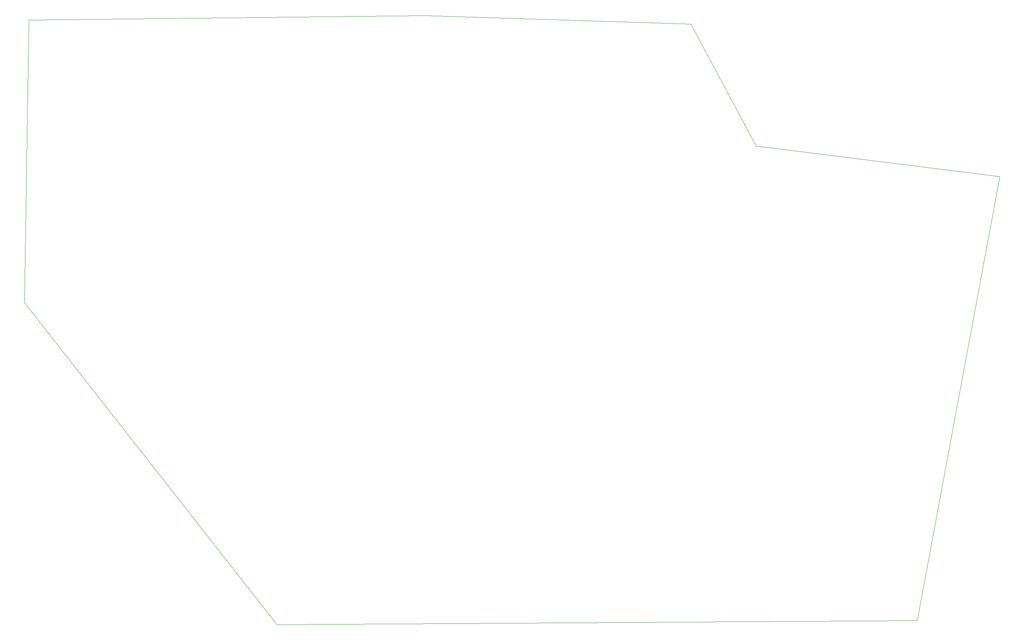
<source format=gbr>
%TF.GenerationSoftware,KiCad,Pcbnew,8.0.5*%
%TF.CreationDate,2024-12-27T20:29:11-05:00*%
%TF.ProjectId,with_usb_wired_v1,77697468-5f75-4736-925f-77697265645f,v1.0.0*%
%TF.SameCoordinates,Original*%
%TF.FileFunction,Profile,NP*%
%FSLAX46Y46*%
G04 Gerber Fmt 4.6, Leading zero omitted, Abs format (unit mm)*
G04 Created by KiCad (PCBNEW 8.0.5) date 2024-12-27 20:29:11*
%MOMM*%
%LPD*%
G01*
G04 APERTURE LIST*
%TA.AperFunction,Profile*%
%ADD10C,0.050000*%
%TD*%
G04 APERTURE END LIST*
D10*
X176000000Y-218000000D02*
X323000000Y-217000000D01*
X119000000Y-79000000D02*
X118000000Y-144000000D01*
X286000000Y-108000000D02*
X271000000Y-80000000D01*
X342000000Y-115000000D02*
X286000000Y-108000000D01*
X271000000Y-80000000D02*
X210000000Y-78000000D01*
X118000000Y-144000000D02*
X176000000Y-218000000D01*
X323000000Y-217000000D02*
X342000000Y-115000000D01*
X210000000Y-78000000D02*
X119000000Y-79000000D01*
M02*

</source>
